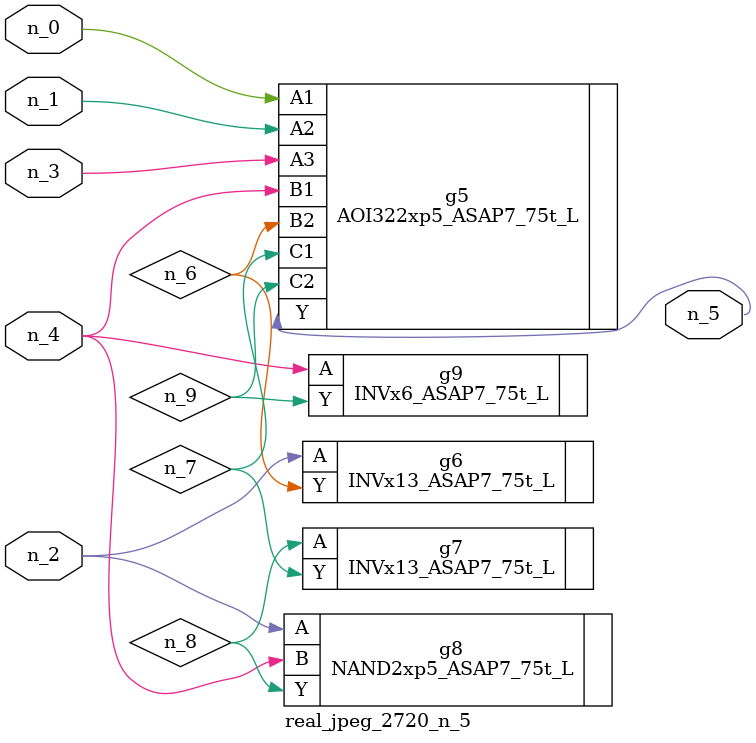
<source format=v>
module real_jpeg_2720_n_5 (n_4, n_0, n_1, n_2, n_3, n_5);

input n_4;
input n_0;
input n_1;
input n_2;
input n_3;

output n_5;

wire n_8;
wire n_6;
wire n_7;
wire n_9;

AOI322xp5_ASAP7_75t_L g5 ( 
.A1(n_0),
.A2(n_1),
.A3(n_3),
.B1(n_4),
.B2(n_6),
.C1(n_7),
.C2(n_9),
.Y(n_5)
);

INVx13_ASAP7_75t_L g6 ( 
.A(n_2),
.Y(n_6)
);

NAND2xp5_ASAP7_75t_L g8 ( 
.A(n_2),
.B(n_4),
.Y(n_8)
);

INVx6_ASAP7_75t_L g9 ( 
.A(n_4),
.Y(n_9)
);

INVx13_ASAP7_75t_L g7 ( 
.A(n_8),
.Y(n_7)
);


endmodule
</source>
